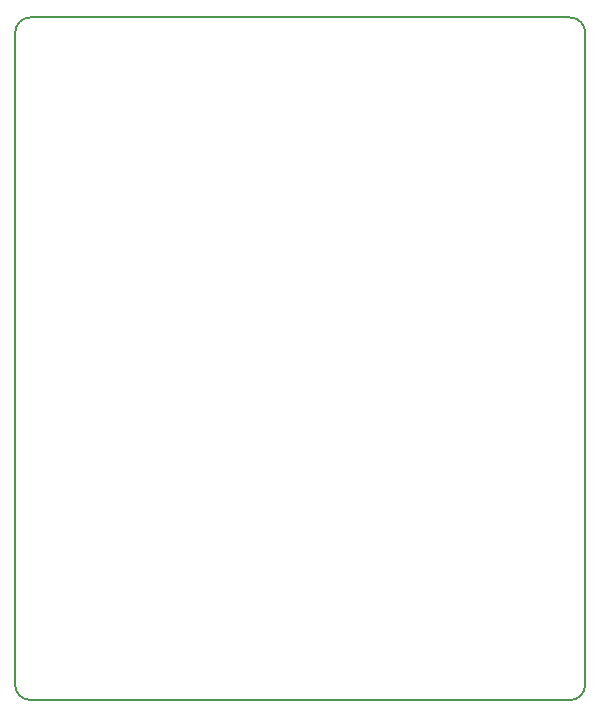
<source format=gbr>
G04 #@! TF.FileFunction,Profile,NP*
%FSLAX46Y46*%
G04 Gerber Fmt 4.6, Leading zero omitted, Abs format (unit mm)*
G04 Created by KiCad (PCBNEW 4.0.2-stable) date Monday, September 19, 2016 'PMt' 09:37:39 PM*
%MOMM*%
G01*
G04 APERTURE LIST*
%ADD10C,0.100000*%
%ADD11C,0.150000*%
G04 APERTURE END LIST*
D10*
D11*
X121285000Y-145415000D02*
X121285000Y-142875000D01*
X168275000Y-146685000D02*
X122555000Y-146685000D01*
X169545000Y-145415000D02*
X169545000Y-142875000D01*
X121285000Y-145415000D02*
G75*
G03X122555000Y-146685000I1270000J0D01*
G01*
X168275000Y-146685000D02*
G75*
G03X169545000Y-145415000I0J1270000D01*
G01*
X132080000Y-88900000D02*
X149225000Y-88900000D01*
X169545000Y-90170000D02*
X169545000Y-142875000D01*
X121285000Y-142875000D02*
X121285000Y-90170000D01*
X122555000Y-88900000D02*
X132080000Y-88900000D01*
X122555000Y-88900000D02*
G75*
G03X121285000Y-90170000I0J-1270000D01*
G01*
X168275000Y-88900000D02*
X149225000Y-88900000D01*
X169545000Y-90170000D02*
G75*
G03X168275000Y-88900000I-1270000J0D01*
G01*
M02*

</source>
